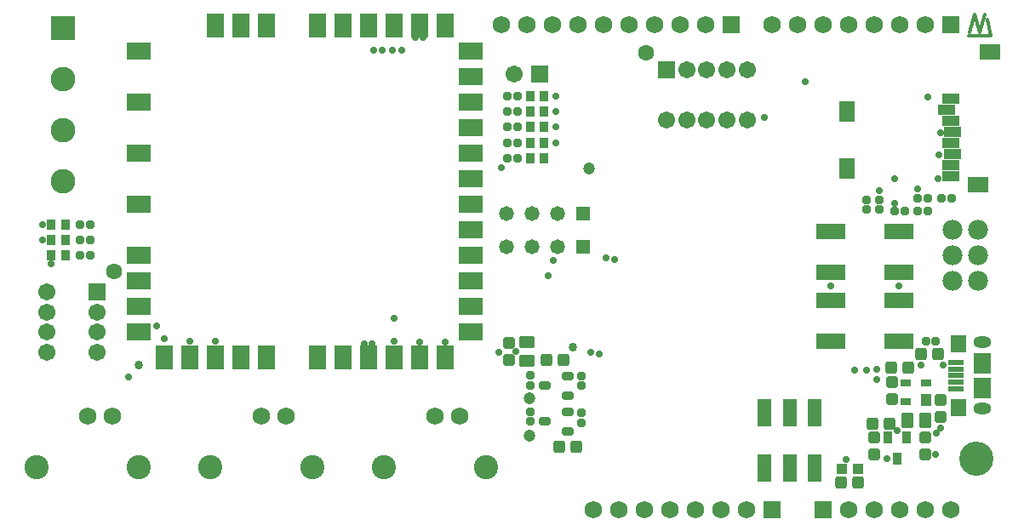
<source format=gts>
G04 Layer_Color=8388736*
%FSLAX25Y25*%
%MOIN*%
G70*
G01*
G75*
%ADD34C,0.01200*%
%ADD71R,0.06800X0.09800*%
%ADD72R,0.09800X0.06800*%
G04:AMPARAMS|DCode=73|XSize=47.37mil|YSize=43.43mil|CornerRadius=8.43mil|HoleSize=0mil|Usage=FLASHONLY|Rotation=270.000|XOffset=0mil|YOffset=0mil|HoleType=Round|Shape=RoundedRectangle|*
%AMROUNDEDRECTD73*
21,1,0.04737,0.02658,0,0,270.0*
21,1,0.03051,0.04343,0,0,270.0*
1,1,0.01686,-0.01329,-0.01526*
1,1,0.01686,-0.01329,0.01526*
1,1,0.01686,0.01329,0.01526*
1,1,0.01686,0.01329,-0.01526*
%
%ADD73ROUNDEDRECTD73*%
%ADD74C,0.04737*%
G04:AMPARAMS|DCode=75|XSize=63.12mil|YSize=47.37mil|CornerRadius=8.92mil|HoleSize=0mil|Usage=FLASHONLY|Rotation=0.000|XOffset=0mil|YOffset=0mil|HoleType=Round|Shape=RoundedRectangle|*
%AMROUNDEDRECTD75*
21,1,0.06312,0.02953,0,0,0.0*
21,1,0.04528,0.04737,0,0,0.0*
1,1,0.01784,0.02264,-0.01476*
1,1,0.01784,-0.02264,-0.01476*
1,1,0.01784,-0.02264,0.01476*
1,1,0.01784,0.02264,0.01476*
%
%ADD75ROUNDEDRECTD75*%
%ADD76R,0.11627X0.06312*%
%ADD77R,0.06312X0.07099*%
%ADD78R,0.06902X0.08280*%
%ADD79R,0.06115X0.02375*%
%ADD80R,0.03800X0.04800*%
G04:AMPARAMS|DCode=81|XSize=47.37mil|YSize=43.43mil|CornerRadius=8.43mil|HoleSize=0mil|Usage=FLASHONLY|Rotation=0.000|XOffset=0mil|YOffset=0mil|HoleType=Round|Shape=RoundedRectangle|*
%AMROUNDEDRECTD81*
21,1,0.04737,0.02658,0,0,0.0*
21,1,0.03051,0.04343,0,0,0.0*
1,1,0.01686,0.01526,-0.01329*
1,1,0.01686,-0.01526,-0.01329*
1,1,0.01686,-0.01526,0.01329*
1,1,0.01686,0.01526,0.01329*
%
%ADD81ROUNDEDRECTD81*%
G04:AMPARAMS|DCode=82|XSize=31.62mil|YSize=31.62mil|CornerRadius=6.36mil|HoleSize=0mil|Usage=FLASHONLY|Rotation=90.000|XOffset=0mil|YOffset=0mil|HoleType=Round|Shape=RoundedRectangle|*
%AMROUNDEDRECTD82*
21,1,0.03162,0.01890,0,0,90.0*
21,1,0.01890,0.03162,0,0,90.0*
1,1,0.01272,0.00945,0.00945*
1,1,0.01272,0.00945,-0.00945*
1,1,0.01272,-0.00945,-0.00945*
1,1,0.01272,-0.00945,0.00945*
%
%ADD82ROUNDEDRECTD82*%
%ADD83R,0.04147X0.03162*%
%ADD84R,0.04147X0.04737*%
G04:AMPARAMS|DCode=85|XSize=63.12mil|YSize=47.37mil|CornerRadius=8.92mil|HoleSize=0mil|Usage=FLASHONLY|Rotation=90.000|XOffset=0mil|YOffset=0mil|HoleType=Round|Shape=RoundedRectangle|*
%AMROUNDEDRECTD85*
21,1,0.06312,0.02953,0,0,90.0*
21,1,0.04528,0.04737,0,0,90.0*
1,1,0.01784,0.01476,0.02264*
1,1,0.01784,0.01476,-0.02264*
1,1,0.01784,-0.01476,-0.02264*
1,1,0.01784,-0.01476,0.02264*
%
%ADD85ROUNDEDRECTD85*%
%ADD86R,0.06706X0.03950*%
%ADD87R,0.08280X0.06312*%
%ADD88R,0.06312X0.07887*%
%ADD89R,0.03800X0.04000*%
%ADD90R,0.05524X0.10642*%
%ADD91R,0.03950X0.03950*%
G04:AMPARAMS|DCode=92|XSize=31.62mil|YSize=47.37mil|CornerRadius=6.95mil|HoleSize=0mil|Usage=FLASHONLY|Rotation=90.000|XOffset=0mil|YOffset=0mil|HoleType=Round|Shape=RoundedRectangle|*
%AMROUNDEDRECTD92*
21,1,0.03162,0.03347,0,0,90.0*
21,1,0.01772,0.04737,0,0,90.0*
1,1,0.01391,0.01673,0.00886*
1,1,0.01391,0.01673,-0.00886*
1,1,0.01391,-0.01673,-0.00886*
1,1,0.01391,-0.01673,0.00886*
%
%ADD92ROUNDEDRECTD92*%
G04:AMPARAMS|DCode=93|XSize=31.62mil|YSize=31.62mil|CornerRadius=6.36mil|HoleSize=0mil|Usage=FLASHONLY|Rotation=0.000|XOffset=0mil|YOffset=0mil|HoleType=Round|Shape=RoundedRectangle|*
%AMROUNDEDRECTD93*
21,1,0.03162,0.01890,0,0,0.0*
21,1,0.01890,0.03162,0,0,0.0*
1,1,0.01272,0.00945,-0.00945*
1,1,0.01272,-0.00945,-0.00945*
1,1,0.01272,-0.00945,0.00945*
1,1,0.01272,0.00945,0.00945*
%
%ADD93ROUNDEDRECTD93*%
%ADD94C,0.02800*%
%ADD95C,0.06312*%
%ADD96R,0.06706X0.06706*%
%ADD97C,0.06706*%
%ADD98R,0.09658X0.09658*%
%ADD99C,0.09658*%
%ADD100C,0.03400*%
%ADD101O,0.07099X0.04343*%
%ADD102C,0.07800*%
%ADD103R,0.06800X0.06800*%
%ADD104C,0.06800*%
%ADD105C,0.13398*%
%ADD106R,0.06706X0.06706*%
%ADD107C,0.05800*%
%ADD108R,0.05800X0.05800*%
%ADD109C,0.09461*%
D34*
X377100Y195700D02*
X385663D01*
X384500Y202098D02*
X385663Y195700D01*
X377500Y197098D02*
X379500Y204098D01*
X381500Y197098D01*
X383500Y204098D01*
D71*
X122000Y199500D02*
D03*
X132000D02*
D03*
X142000D02*
D03*
X152000D02*
D03*
X162000D02*
D03*
X172000D02*
D03*
Y69500D02*
D03*
X162000D02*
D03*
X152000D02*
D03*
X142000D02*
D03*
X132000D02*
D03*
X122000D02*
D03*
X102000D02*
D03*
X92000D02*
D03*
X82000D02*
D03*
X72000D02*
D03*
X62000D02*
D03*
X102000Y199500D02*
D03*
X92000D02*
D03*
X82000D02*
D03*
D72*
X182000Y189500D02*
D03*
Y179500D02*
D03*
Y169500D02*
D03*
Y159500D02*
D03*
Y149500D02*
D03*
Y139500D02*
D03*
Y129500D02*
D03*
Y119500D02*
D03*
Y109500D02*
D03*
Y99500D02*
D03*
X52000Y189500D02*
D03*
Y169500D02*
D03*
Y149500D02*
D03*
Y129500D02*
D03*
Y109500D02*
D03*
Y99500D02*
D03*
Y89500D02*
D03*
Y79500D02*
D03*
X182000Y89500D02*
D03*
Y79500D02*
D03*
D73*
X216653Y34500D02*
D03*
X223346D02*
D03*
X211807Y68500D02*
D03*
X218500D02*
D03*
X346193Y43500D02*
D03*
X339500D02*
D03*
X358374Y70976D02*
D03*
X365067D02*
D03*
X353346Y65500D02*
D03*
X327000Y20500D02*
D03*
X333693D02*
D03*
X346654Y65500D02*
D03*
D74*
X228500Y143500D02*
D03*
X205000Y39000D02*
D03*
Y53500D02*
D03*
D75*
X204043Y75543D02*
D03*
Y68457D02*
D03*
D76*
X323213Y76126D02*
D03*
Y91874D02*
D03*
X349787Y76126D02*
D03*
Y91874D02*
D03*
X349787Y118874D02*
D03*
Y103126D02*
D03*
X323213Y118874D02*
D03*
Y103126D02*
D03*
D77*
X372886Y49902D02*
D03*
Y75098D02*
D03*
D78*
X382531Y67225D02*
D03*
Y57775D02*
D03*
D79*
X372000Y67618D02*
D03*
Y65059D02*
D03*
Y57382D02*
D03*
Y59941D02*
D03*
Y62500D02*
D03*
D80*
X352740Y38268D02*
D03*
X345260D02*
D03*
X349000Y30000D02*
D03*
D81*
X340000Y38193D02*
D03*
Y31500D02*
D03*
X360000Y38193D02*
D03*
Y31500D02*
D03*
X347000Y53307D02*
D03*
X197000Y68654D02*
D03*
Y75346D02*
D03*
X366000Y53000D02*
D03*
Y46307D02*
D03*
X347000Y60000D02*
D03*
D82*
X364189Y75976D02*
D03*
X360252D02*
D03*
X196531Y172000D02*
D03*
X200468D02*
D03*
X32937Y109500D02*
D03*
X29000D02*
D03*
X32969Y115500D02*
D03*
X29032D02*
D03*
X32969Y121500D02*
D03*
X29032D02*
D03*
X196531Y166000D02*
D03*
X200468D02*
D03*
X196531Y160000D02*
D03*
X200468D02*
D03*
X196531Y153500D02*
D03*
X200468D02*
D03*
X200437Y147500D02*
D03*
X196500D02*
D03*
X360968Y132000D02*
D03*
X357031D02*
D03*
X351969Y127000D02*
D03*
X348031D02*
D03*
X366500Y132000D02*
D03*
X370437D02*
D03*
X357063Y127000D02*
D03*
X361000D02*
D03*
D83*
X352465Y59740D02*
D03*
Y52260D02*
D03*
X360535Y59740D02*
D03*
D84*
Y53047D02*
D03*
D85*
X360043Y45000D02*
D03*
X352957D02*
D03*
D86*
X370075Y170830D02*
D03*
X368500Y166500D02*
D03*
X370075Y162169D02*
D03*
X370862Y157838D02*
D03*
X370075Y153507D02*
D03*
X370862Y149177D02*
D03*
X370075Y144846D02*
D03*
Y140515D02*
D03*
D87*
X385232Y189177D02*
D03*
X380705Y137405D02*
D03*
D88*
X329524Y166106D02*
D03*
Y143704D02*
D03*
D89*
X17750Y109500D02*
D03*
X23250D02*
D03*
X17750Y115500D02*
D03*
X23250D02*
D03*
X17750Y121500D02*
D03*
X23250D02*
D03*
X210750Y166000D02*
D03*
X205250D02*
D03*
X210750Y160000D02*
D03*
X205250D02*
D03*
X210750Y172000D02*
D03*
X205250D02*
D03*
X210750Y153500D02*
D03*
X205250D02*
D03*
X210750Y147500D02*
D03*
X205250D02*
D03*
D90*
X297158Y47827D02*
D03*
X316843D02*
D03*
X307000D02*
D03*
Y26173D02*
D03*
X316843D02*
D03*
X297158D02*
D03*
D91*
X327350Y26000D02*
D03*
X333650D02*
D03*
D92*
X220028Y40760D02*
D03*
Y48240D02*
D03*
X210972Y44500D02*
D03*
X220028Y54760D02*
D03*
Y62240D02*
D03*
X210972Y58500D02*
D03*
D93*
X225500Y48000D02*
D03*
Y44063D02*
D03*
Y62468D02*
D03*
Y58531D02*
D03*
X205500Y58563D02*
D03*
Y62500D02*
D03*
Y44532D02*
D03*
Y48469D02*
D03*
X342000Y127532D02*
D03*
Y131468D02*
D03*
X337000Y127500D02*
D03*
Y131437D02*
D03*
D94*
X235000Y108500D02*
D03*
X238500Y108000D02*
D03*
X143500Y73000D02*
D03*
X140500D02*
D03*
Y75000D02*
D03*
X143500D02*
D03*
X366000Y157500D02*
D03*
X365500Y149000D02*
D03*
X348000Y139500D02*
D03*
X342000Y135000D02*
D03*
X361000Y171500D02*
D03*
X313000Y177500D02*
D03*
X14500Y121500D02*
D03*
Y115500D02*
D03*
X17750Y106250D02*
D03*
X48000Y62000D02*
D03*
X59000Y82000D02*
D03*
X82000Y76000D02*
D03*
X72000D02*
D03*
X62000Y77000D02*
D03*
X215500Y153500D02*
D03*
Y160000D02*
D03*
Y166000D02*
D03*
Y172000D02*
D03*
X194000Y144000D02*
D03*
X349787Y97500D02*
D03*
X323213D02*
D03*
X152000Y85000D02*
D03*
Y76000D02*
D03*
X229000Y71500D02*
D03*
X232500Y71000D02*
D03*
X199756Y72000D02*
D03*
X193000Y71500D02*
D03*
X329000Y29500D02*
D03*
X365000Y139500D02*
D03*
X357000Y135500D02*
D03*
X348000Y130000D02*
D03*
X358374Y66500D02*
D03*
X367000D02*
D03*
X366000Y42000D02*
D03*
X349000Y41000D02*
D03*
X364500Y40000D02*
D03*
X364000Y31500D02*
D03*
X345000Y30000D02*
D03*
X341000Y65000D02*
D03*
Y61000D02*
D03*
X332500Y64647D02*
D03*
X337000Y64500D02*
D03*
X155000Y190000D02*
D03*
X151500D02*
D03*
X147500D02*
D03*
X144000D02*
D03*
X163500Y197000D02*
D03*
X160500D02*
D03*
Y195000D02*
D03*
X163500D02*
D03*
X297000Y163500D02*
D03*
X212500Y101500D02*
D03*
X162000Y75500D02*
D03*
X172000D02*
D03*
X214500Y107500D02*
D03*
D95*
X42535Y103185D02*
D03*
X250878Y189035D02*
D03*
D96*
X35842Y95311D02*
D03*
D97*
Y87437D02*
D03*
Y79563D02*
D03*
Y71689D02*
D03*
X16158D02*
D03*
Y79563D02*
D03*
Y87437D02*
D03*
Y95311D02*
D03*
X199000Y180500D02*
D03*
X266626Y182343D02*
D03*
X274500D02*
D03*
X282374D02*
D03*
X290248D02*
D03*
X258752Y162657D02*
D03*
X266626D02*
D03*
X274500D02*
D03*
X282374D02*
D03*
X290248D02*
D03*
D98*
X22500Y198500D02*
D03*
D99*
Y178500D02*
D03*
Y158500D02*
D03*
Y138500D02*
D03*
D100*
X52000Y66500D02*
D03*
X222000Y73500D02*
D03*
D101*
X382531Y49508D02*
D03*
Y75492D02*
D03*
D102*
X370551Y119803D02*
D03*
X380551D02*
D03*
X370551Y109803D02*
D03*
X380551D02*
D03*
X370551Y99803D02*
D03*
X380551D02*
D03*
D103*
X320000Y10000D02*
D03*
X284000Y200000D02*
D03*
X370000D02*
D03*
X300000Y10000D02*
D03*
D104*
X330000D02*
D03*
X340000D02*
D03*
X350000D02*
D03*
X360000D02*
D03*
X370000D02*
D03*
X274000Y200000D02*
D03*
X264000D02*
D03*
X254000D02*
D03*
X244000D02*
D03*
X234000D02*
D03*
X224000D02*
D03*
X214000D02*
D03*
X204000D02*
D03*
X194000D02*
D03*
X340000D02*
D03*
X330000D02*
D03*
X320000D02*
D03*
X310000D02*
D03*
X300000D02*
D03*
X360000D02*
D03*
X350000D02*
D03*
X270000Y10000D02*
D03*
X260000D02*
D03*
X250000D02*
D03*
X240000D02*
D03*
X230000D02*
D03*
X290000D02*
D03*
X280000D02*
D03*
X109646Y46681D02*
D03*
X100000D02*
D03*
X168000D02*
D03*
X177646D02*
D03*
X41646D02*
D03*
X32000D02*
D03*
D105*
X380000Y30000D02*
D03*
D106*
X209000Y180500D02*
D03*
X258752Y182343D02*
D03*
D107*
X196000Y113000D02*
D03*
X206000D02*
D03*
X216000D02*
D03*
Y126000D02*
D03*
X206000D02*
D03*
X196000D02*
D03*
D108*
X226000Y113000D02*
D03*
Y126000D02*
D03*
D109*
X120000Y26681D02*
D03*
X80000D02*
D03*
X148000D02*
D03*
X188000D02*
D03*
X52000D02*
D03*
X12000D02*
D03*
M02*

</source>
